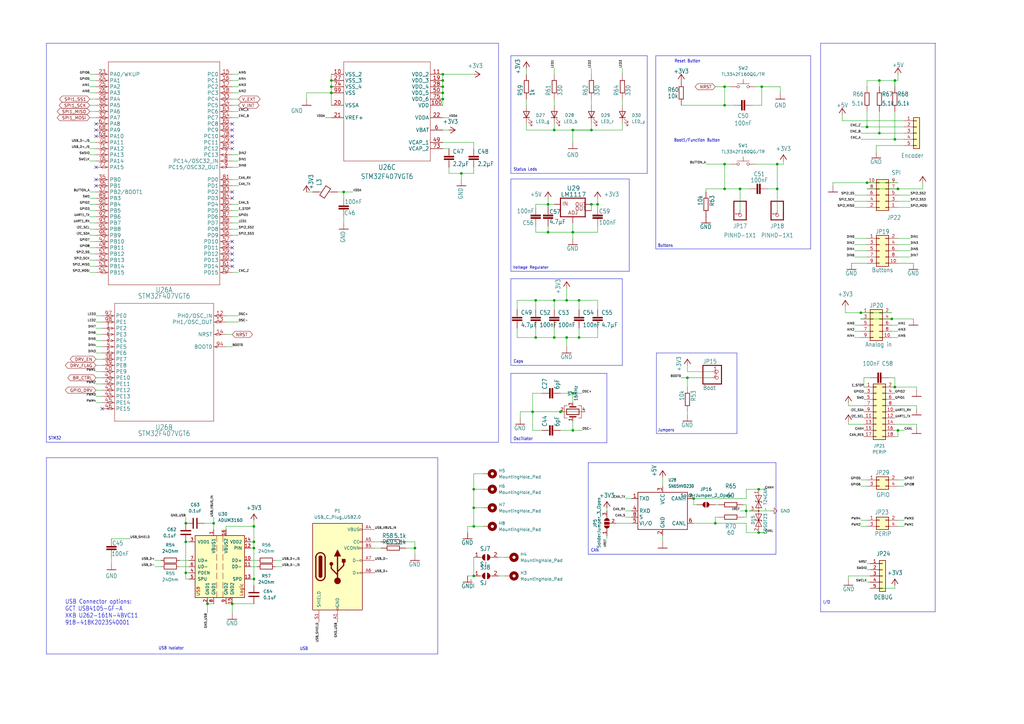
<source format=kicad_sch>
(kicad_sch
	(version 20250114)
	(generator "eeschema")
	(generator_version "9.0")
	(uuid "4cd24381-ef0a-4fc3-9080-2f3d7a881fa0")
	(paper "A3")
	
	(text "Oscillator"
		(exclude_from_sim no)
		(at 210.566 180.848 0)
		(effects
			(font
				(size 1.27 1.0795)
			)
			(justify left bottom)
		)
		(uuid "0a460622-1fd8-4854-b6a0-56e64b4b0ae3")
	)
	(text "I/O"
		(exclude_from_sim no)
		(at 337.566 247.904 0)
		(effects
			(font
				(size 1.27 1.0795)
			)
			(justify left bottom)
		)
		(uuid "0b500d5d-857f-4d84-8981-369f92eb97b6")
	)
	(text "Jumpers"
		(exclude_from_sim no)
		(at 269.748 177.292 0)
		(effects
			(font
				(size 1.27 1.0795)
			)
			(justify left bottom)
		)
		(uuid "12565cf4-442f-4dbd-85fa-83282b6c2e14")
	)
	(text "STM32"
		(exclude_from_sim no)
		(at 19.812 180.594 0)
		(effects
			(font
				(size 1.27 1.0795)
			)
			(justify left bottom)
		)
		(uuid "338edd2e-5846-4ed8-b03a-02aaba45fb11")
	)
	(text "USB"
		(exclude_from_sim no)
		(at 122.936 266.954 0)
		(effects
			(font
				(size 1.27 1.0795)
			)
			(justify left bottom)
		)
		(uuid "4207712e-96ec-4ad3-8105-4bb4852172b7")
	)
	(text "USB Connector options:\nGCT USB4105-GF-A\nXKB U262-161N-4BVC11\n918-418K2023S40001"
		(exclude_from_sim no)
		(at 26.67 256.54 0)
		(effects
			(font
				(size 1.778 1.5113)
			)
			(justify left bottom)
		)
		(uuid "50928061-8a83-43a9-87b9-94f46165cb88")
	)
	(text "Boot1/Function Button"
		(exclude_from_sim no)
		(at 276.352 58.42 0)
		(effects
			(font
				(size 1.27 1.0795)
			)
			(justify left bottom)
		)
		(uuid "5811032a-1597-4a4c-a7a3-d8e2c86e2053")
	)
	(text "Voltage Regulator"
		(exclude_from_sim no)
		(at 210.312 110.49 0)
		(effects
			(font
				(size 1.0795 1.0795)
			)
			(justify left bottom)
		)
		(uuid "5aa86ef3-98c5-4aa0-95b4-06dd013edb64")
	)
	(text "USB Isolator"
		(exclude_from_sim no)
		(at 65.024 266.7 0)
		(effects
			(font
				(size 1.27 1.0795)
			)
			(justify left bottom)
		)
		(uuid "67debb50-1335-40e2-ad5d-ee9d9b604a07")
	)
	(text "CAN"
		(exclude_from_sim no)
		(at 242.316 226.568 0)
		(effects
			(font
				(size 1.27 1.0795)
			)
			(justify left bottom)
		)
		(uuid "6db5d67a-cc58-4f23-9b96-8a73308bae06")
	)
	(text "Caps"
		(exclude_from_sim no)
		(at 210.566 149.098 0)
		(effects
			(font
				(size 1.27 1.0795)
			)
			(justify left bottom)
		)
		(uuid "72109094-d9c8-40a7-b95d-13687325852a")
	)
	(text "Status Leds"
		(exclude_from_sim no)
		(at 210.566 70.358 0)
		(effects
			(font
				(size 1.27 1.0795)
			)
			(justify left bottom)
		)
		(uuid "89205ea3-a47b-42c3-960b-77913fa4acf7")
	)
	(text "Buttons"
		(exclude_from_sim no)
		(at 269.748 101.6 0)
		(effects
			(font
				(size 1.27 1.0795)
			)
			(justify left bottom)
		)
		(uuid "eed26fec-175b-4929-8089-63ded238b187")
	)
	(text "Reset Button"
		(exclude_from_sim no)
		(at 276.606 25.908 0)
		(effects
			(font
				(size 1.27 1.0795)
			)
			(justify left bottom)
		)
		(uuid "f998a4f2-3c6a-4171-9400-fb08a2549479")
	)
	(junction
		(at 181.61 35.56)
		(diameter 0)
		(color 0 0 0 0)
		(uuid "010b79e0-934b-4c47-b151-1cfd9eda702c")
	)
	(junction
		(at 218.44 168.91)
		(diameter 0)
		(color 0 0 0 0)
		(uuid "01232a58-c264-416a-88eb-14035b9f0946")
	)
	(junction
		(at 234.95 176.53)
		(diameter 0)
		(color 0 0 0 0)
		(uuid "044f5202-ae0b-40ac-9345-4cfdffc2b018")
	)
	(junction
		(at 194.31 236.22)
		(diameter 0)
		(color 0 0 0 0)
		(uuid "0791c98c-b2a5-4897-9a88-66186f0f6212")
	)
	(junction
		(at 140.97 78.74)
		(diameter 0)
		(color 0 0 0 0)
		(uuid "0cde37ae-4449-45cf-b0f4-ccebc6485d03")
	)
	(junction
		(at 353.06 128.27)
		(diameter 0)
		(color 0 0 0 0)
		(uuid "0d801f6e-cf50-46be-ba05-c22a3772f3a0")
	)
	(junction
		(at 104.14 237.49)
		(diameter 0)
		(color 0 0 0 0)
		(uuid "0fdc7f81-3909-47c4-a8be-e2216c45f4d3")
	)
	(junction
		(at 311.15 200.66)
		(diameter 0)
		(color 0 0 0 0)
		(uuid "1003d38f-f582-40ff-b491-da89ac4857d2")
	)
	(junction
		(at 297.18 35.56)
		(diameter 0)
		(color 0 0 0 0)
		(uuid "11738ed3-7987-485e-a886-ae602b0adf98")
	)
	(junction
		(at 135.89 38.1)
		(diameter 0)
		(color 0 0 0 0)
		(uuid "162e8bfd-71f9-4c46-b3de-0df5692ad9d0")
	)
	(junction
		(at 224.79 95.25)
		(diameter 0)
		(color 0 0 0 0)
		(uuid "179a248d-d2da-4e7d-849f-486a0fd82043")
	)
	(junction
		(at 76.2 222.25)
		(diameter 0)
		(color 0 0 0 0)
		(uuid "1ae6e937-e4d7-47fa-ae16-00043a2e2cc1")
	)
	(junction
		(at 360.68 33.02)
		(diameter 0)
		(color 0 0 0 0)
		(uuid "1c8b0568-2cbd-4d94-9e91-74892f19bba2")
	)
	(junction
		(at 367.03 158.75)
		(diameter 0)
		(color 0 0 0 0)
		(uuid "22975299-f17b-4120-9595-ff8eee9d2209")
	)
	(junction
		(at 219.71 138.43)
		(diameter 0)
		(color 0 0 0 0)
		(uuid "25b2d5fa-598a-4e38-a805-c55001d6bf3c")
	)
	(junction
		(at 227.33 138.43)
		(diameter 0)
		(color 0 0 0 0)
		(uuid "26a8e897-49a9-4b57-a996-18501af8538f")
	)
	(junction
		(at 104.14 222.25)
		(diameter 0)
		(color 0 0 0 0)
		(uuid "27f8150e-3e16-4d83-b7da-983236ed7284")
	)
	(junction
		(at 135.89 35.56)
		(diameter 0)
		(color 0 0 0 0)
		(uuid "2d32ad1c-4181-4f58-b3de-64ef5b51408d")
	)
	(junction
		(at 297.18 67.31)
		(diameter 0)
		(color 0 0 0 0)
		(uuid "2fca7a11-ba20-445a-afa2-43ae3519b690")
	)
	(junction
		(at 284.48 204.47)
		(diameter 0)
		(color 0 0 0 0)
		(uuid "30021a61-46c4-462c-9b94-bef1fe87e5dd")
	)
	(junction
		(at 245.11 83.82)
		(diameter 0)
		(color 0 0 0 0)
		(uuid "342b00a3-8688-4d6f-97f5-7bcfd471e43a")
	)
	(junction
		(at 367.03 57.15)
		(diameter 0)
		(color 0 0 0 0)
		(uuid "3671c4fa-e23c-4e4e-9f7c-5c7e72df968c")
	)
	(junction
		(at 297.18 43.18)
		(diameter 0)
		(color 0 0 0 0)
		(uuid "38b79daf-36f0-4f86-a4ba-b359589b3297")
	)
	(junction
		(at 312.42 35.56)
		(diameter 0)
		(color 0 0 0 0)
		(uuid "3fdbccaa-e96f-4124-934d-4e0b776aac76")
	)
	(junction
		(at 194.31 215.9)
		(diameter 0)
		(color 0 0 0 0)
		(uuid "43722d3e-5fa7-4b6a-a76e-bf20eaf6e6ea")
	)
	(junction
		(at 306.07 209.55)
		(diameter 0)
		(color 0 0 0 0)
		(uuid "4db0d81f-8bd5-422d-9e6d-fd76a83a023d")
	)
	(junction
		(at 234.95 53.34)
		(diameter 0)
		(color 0 0 0 0)
		(uuid "4dbb49d8-92c1-4fa0-b910-55becd90f417")
	)
	(junction
		(at 365.76 130.81)
		(diameter 0)
		(color 0 0 0 0)
		(uuid "4df051fa-009a-45f4-984f-232ecdd7b12c")
	)
	(junction
		(at 76.2 214.63)
		(diameter 0)
		(color 0 0 0 0)
		(uuid "5294186c-a8db-4806-b966-9c7487cbc519")
	)
	(junction
		(at 242.57 83.82)
		(diameter 0)
		(color 0 0 0 0)
		(uuid "558e3b89-f2dc-42ad-a343-ca74a10b1bb3")
	)
	(junction
		(at 232.41 123.19)
		(diameter 0)
		(color 0 0 0 0)
		(uuid "5c095701-beec-4647-91ee-cec622c5cd0f")
	)
	(junction
		(at 219.71 123.19)
		(diameter 0)
		(color 0 0 0 0)
		(uuid "5f8eb759-5fc7-420a-9d45-b94284544376")
	)
	(junction
		(at 181.61 38.1)
		(diameter 0)
		(color 0 0 0 0)
		(uuid "61806514-3780-4839-9112-85ab5d146a5c")
	)
	(junction
		(at 224.79 83.82)
		(diameter 0)
		(color 0 0 0 0)
		(uuid "6181cded-8747-4255-b663-a9270239f1f1")
	)
	(junction
		(at 104.14 224.79)
		(diameter 0)
		(color 0 0 0 0)
		(uuid "6365110b-39a9-4860-8ff5-241296a0a3ea")
	)
	(junction
		(at 181.61 40.64)
		(diameter 0)
		(color 0 0 0 0)
		(uuid "68ab1aef-5085-4897-a8c0-045c8a4cbea8")
	)
	(junction
		(at 293.37 214.63)
		(diameter 0)
		(color 0 0 0 0)
		(uuid "71a23ff1-5fc8-4dbe-a87d-6583081e15ef")
	)
	(junction
		(at 368.3 77.47)
		(diameter 0)
		(color 0 0 0 0)
		(uuid "739c837d-40a5-4f84-95dd-991014c78bcf")
	)
	(junction
		(at 95.25 247.65)
		(diameter 0)
		(color 0 0 0 0)
		(uuid "85787eb3-85dc-4bde-91d7-89cdc23fabac")
	)
	(junction
		(at 367.03 33.02)
		(diameter 0)
		(color 0 0 0 0)
		(uuid "8de2c57d-1e6a-4472-8eba-63ecb8df4dad")
	)
	(junction
		(at 355.6 74.93)
		(diameter 0)
		(color 0 0 0 0)
		(uuid "9aba88ef-c41c-4948-b402-1eb04db34406")
	)
	(junction
		(at 318.77 67.31)
		(diameter 0)
		(color 0 0 0 0)
		(uuid "9b36882f-ae14-4e97-8b22-ea205f85f10b")
	)
	(junction
		(at 281.94 154.94)
		(diameter 0)
		(color 0 0 0 0)
		(uuid "9f27bb7a-5c8c-41af-800b-614d4544a1fd")
	)
	(junction
		(at 85.09 247.65)
		(diameter 0)
		(color 0 0 0 0)
		(uuid "a1be23df-a9a6-45de-aaef-503e10fb1323")
	)
	(junction
		(at 368.3 176.53)
		(diameter 0)
		(color 0 0 0 0)
		(uuid "a2f87b4c-51dd-4de9-99da-ecb0abf48f7a")
	)
	(junction
		(at 87.63 214.63)
		(diameter 0)
		(color 0 0 0 0)
		(uuid "a3e298eb-fe69-4d1e-8351-982a8271a78b")
	)
	(junction
		(at 234.95 161.29)
		(diameter 0)
		(color 0 0 0 0)
		(uuid "a648e6db-1cb8-465d-ae3a-0b1b821a68ba")
	)
	(junction
		(at 194.31 200.66)
		(diameter 0)
		(color 0 0 0 0)
		(uuid "a7ef7365-45be-4909-847a-0edd3227fb77")
	)
	(junction
		(at 232.41 138.43)
		(diameter 0)
		(color 0 0 0 0)
		(uuid "a8786951-375b-4fee-9edb-e1d298f06b5a")
	)
	(junction
		(at 360.68 54.61)
		(diameter 0)
		(color 0 0 0 0)
		(uuid "ad5f1041-baba-4848-8d5c-8aa6698071ae")
	)
	(junction
		(at 311.15 218.44)
		(diameter 0)
		(color 0 0 0 0)
		(uuid "b328bfb9-eeed-4ed8-8895-18270075868b")
	)
	(junction
		(at 318.77 77.47)
		(diameter 0)
		(color 0 0 0 0)
		(uuid "b34e7678-88d2-4c8c-b01f-8c589ce1606b")
	)
	(junction
		(at 104.14 215.9)
		(diameter 0)
		(color 0 0 0 0)
		(uuid "b47ea42b-43f0-420d-8ad4-cae4364b2278")
	)
	(junction
		(at 234.95 95.25)
		(diameter 0)
		(color 0 0 0 0)
		(uuid "bb57eedc-922c-4792-a291-c7b1233bac13")
	)
	(junction
		(at 227.33 53.34)
		(diameter 0)
		(color 0 0 0 0)
		(uuid "bb9d5bd1-5762-4fa7-8144-838832b872af")
	)
	(junction
		(at 194.31 208.28)
		(diameter 0)
		(color 0 0 0 0)
		(uuid "cb0ea476-a6be-48a9-84e9-810ee48ee96e")
	)
	(junction
		(at 355.6 52.07)
		(diameter 0)
		(color 0 0 0 0)
		(uuid "cd9b47fc-efd4-40c8-b08c-95e5d95dfdaf")
	)
	(junction
		(at 170.18 224.79)
		(diameter 0)
		(color 0 0 0 0)
		(uuid "d2381e7b-52ed-438a-80ff-6c8b8a1b821e")
	)
	(junction
		(at 181.61 30.48)
		(diameter 0)
		(color 0 0 0 0)
		(uuid "d40f769d-cf14-4e25-946a-cfb7b9c55d5a")
	)
	(junction
		(at 189.23 71.12)
		(diameter 0)
		(color 0 0 0 0)
		(uuid "d90e1444-9936-4769-a079-aa9c962f4d20")
	)
	(junction
		(at 135.89 33.02)
		(diameter 0)
		(color 0 0 0 0)
		(uuid "d9f2b5d3-9c26-46d6-b39e-176002497761")
	)
	(junction
		(at 181.61 33.02)
		(diameter 0)
		(color 0 0 0 0)
		(uuid "dedef0ea-15c9-49ab-9fcd-2533ab500259")
	)
	(junction
		(at 229.87 168.91)
		(diameter 0)
		(color 0 0 0 0)
		(uuid "e0b63c86-1027-4b43-8cf3-aa95821a29fd")
	)
	(junction
		(at 242.57 53.34)
		(diameter 0)
		(color 0 0 0 0)
		(uuid "e28b219e-3a28-496e-b1b2-eefab3997696")
	)
	(junction
		(at 76.2 234.95)
		(diameter 0)
		(color 0 0 0 0)
		(uuid "eb3f2cc5-f3c2-4d1b-ac5f-4f304835c890")
	)
	(junction
		(at 237.49 123.19)
		(diameter 0)
		(color 0 0 0 0)
		(uuid "ebefa6a3-bedf-4c59-954f-498b42d712ae")
	)
	(junction
		(at 297.18 77.47)
		(diameter 0)
		(color 0 0 0 0)
		(uuid "ec2913a9-267f-45d2-bf96-fbba99e3753a")
	)
	(junction
		(at 303.53 77.47)
		(diameter 0)
		(color 0 0 0 0)
		(uuid "ee27e369-9770-49cf-91e6-9aa83dc585a4")
	)
	(junction
		(at 237.49 138.43)
		(diameter 0)
		(color 0 0 0 0)
		(uuid "ef430c1c-1a34-4c6e-80d8-41187048e090")
	)
	(junction
		(at 227.33 123.19)
		(diameter 0)
		(color 0 0 0 0)
		(uuid "f54294c8-c6f9-44eb-a63f-888d8f74edb7")
	)
	(no_connect
		(at 95.25 109.22)
		(uuid "0aed50e7-be01-426d-9fee-579de72cdd02")
	)
	(no_connect
		(at 39.37 68.58)
		(uuid "113112c8-66f7-453f-9331-17fbe5892696")
	)
	(no_connect
		(at 95.25 78.74)
		(uuid "115b2754-b597-4358-872e-b3c7c84bf35a")
	)
	(no_connect
		(at 95.25 101.6)
		(uuid "1364a65d-7e92-4950-9bf0-15b2662a864e")
	)
	(no_connect
		(at 95.25 106.68)
		(uuid "1d941627-12f5-4656-8c1b-7b5484b853df")
	)
	(no_connect
		(at 41.91 167.64)
		(uuid "2eeea1df-4623-4a87-8797-7d49f6bd41c4")
	)
	(no_connect
		(at 95.25 104.14)
		(uuid "3c1fde23-834b-486a-be0e-149de5a873e6")
	)
	(no_connect
		(at 95.25 53.34)
		(uuid "40409f38-ddbe-4872-be4e-4963832aab4b")
	)
	(no_connect
		(at 39.37 50.8)
		(uuid "431b6929-0585-4ec8-a4aa-72cb65b8186d")
	)
	(no_connect
		(at 95.25 99.06)
		(uuid "4e6772ab-84ec-4c3e-a14b-3c69490cf518")
	)
	(no_connect
		(at 39.37 76.2)
		(uuid "a21c71ad-f20d-4039-9102-403571048517")
	)
	(no_connect
		(at 39.37 73.66)
		(uuid "ab617fab-d1c5-4904-b9ba-e41db7c56e5d")
	)
	(no_connect
		(at 39.37 55.88)
		(uuid "c29e6ed9-4685-49aa-81bd-e84a22a9c6b7")
	)
	(no_connect
		(at 95.25 50.8)
		(uuid "c8f29373-c361-4c5f-a4c3-bbb70c517f50")
	)
	(no_connect
		(at 95.25 81.28)
		(uuid "d6b1d3ad-3ab3-46fd-b487-5bd73ec6e69b")
	)
	(no_connect
		(at 95.25 58.42)
		(uuid "db9b3b39-e609-489e-9faa-16825592065e")
	)
	(no_connect
		(at 95.25 55.88)
		(uuid "de68736e-76c1-492c-8e1a-ed302b0cc768")
	)
	(no_connect
		(at 95.25 60.96)
		(uuid "f2254955-8005-4548-b83d-fa24b5582b5a")
	)
	(no_connect
		(at 39.37 53.34)
		(uuid "f6a07888-d78e-4e14-bb92-a105c0d639f8")
	)
	(wire
		(pts
			(xy 234.95 53.34) (xy 234.95 58.42)
		)
		(stroke
			(width 0.1524)
			(type solid)
		)
		(uuid "00d25a45-6819-44e8-930f-c3489b508fcc")
	)
	(wire
		(pts
			(xy 95.25 247.65) (xy 95.25 251.46)
		)
		(stroke
			(width 0)
			(type default)
		)
		(uuid "00ef781a-b304-45e5-9651-c353fb7d9d32")
	)
	(wire
		(pts
			(xy 41.91 157.48) (xy 39.37 157.48)
		)
		(stroke
			(width 0.1524)
			(type solid)
		)
		(uuid "011a0f6f-79ec-4813-81fb-803893fd26bb")
	)
	(wire
		(pts
			(xy 41.91 165.1) (xy 39.37 165.1)
		)
		(stroke
			(width 0.1524)
			(type solid)
		)
		(uuid "01370067-6610-47a2-b837-6049445ddaa4")
	)
	(wire
		(pts
			(xy 125.73 38.1) (xy 135.89 38.1)
		)
		(stroke
			(width 0.1524)
			(type solid)
		)
		(uuid "033d2edb-ccf7-4552-9264-570d8611ee31")
	)
	(wire
		(pts
			(xy 39.37 63.5) (xy 36.83 63.5)
		)
		(stroke
			(width 0.1524)
			(type solid)
		)
		(uuid "0397ff6c-cfe5-49f0-a1b6-94d717a5f676")
	)
	(wire
		(pts
			(xy 346.71 125.73) (xy 346.71 128.27)
		)
		(stroke
			(width 0.1524)
			(type solid)
		)
		(uuid "0457c25a-ca93-4c9e-9932-84271300d411")
	)
	(wire
		(pts
			(xy 281.94 154.94) (xy 279.4 154.94)
		)
		(stroke
			(width 0.1524)
			(type solid)
		)
		(uuid "04e8e0e3-0fb8-4f7d-9fe0-698f61af2537")
	)
	(wire
		(pts
			(xy 368.3 105.41) (xy 373.38 105.41)
		)
		(stroke
			(width 0.1524)
			(type solid)
		)
		(uuid "055bafea-c9b2-4eec-8d5b-68a85c4123b0")
	)
	(wire
		(pts
			(xy 95.25 91.44) (xy 97.79 91.44)
		)
		(stroke
			(width 0.1524)
			(type solid)
		)
		(uuid "05ba86fb-a785-48b1-aaab-686ba967260e")
	)
	(wire
		(pts
			(xy 95.25 30.48) (xy 97.79 30.48)
		)
		(stroke
			(width 0.1524)
			(type solid)
		)
		(uuid "06e6d3b5-c9bc-4cbf-84c9-fdfe15495a43")
	)
	(wire
		(pts
			(xy 39.37 48.26) (xy 36.83 48.26)
		)
		(stroke
			(width 0.1524)
			(type solid)
		)
		(uuid "07272880-dd40-4faa-a0d5-a00645e40ca2")
	)
	(wire
		(pts
			(xy 367.03 241.3) (xy 356.87 241.3)
		)
		(stroke
			(width 0.1524)
			(type solid)
		)
		(uuid "078ef809-fef3-48cd-b057-4056ddc75b93")
	)
	(wire
		(pts
			(xy 368.3 80.01) (xy 373.38 80.01)
		)
		(stroke
			(width 0.1524)
			(type solid)
		)
		(uuid "085fa638-39da-46ef-a00a-0572d5b5ce05")
	)
	(wire
		(pts
			(xy 229.87 168.91) (xy 240.03 168.91)
		)
		(stroke
			(width 0)
			(type default)
		)
		(uuid "0906db0d-5b3e-400f-a010-dbd5bfed05fa")
	)
	(wire
		(pts
			(xy 104.14 222.25) (xy 102.87 222.25)
		)
		(stroke
			(width 0)
			(type default)
		)
		(uuid "09354b86-feb0-465a-8562-25f92e01598b")
	)
	(wire
		(pts
			(xy 370.84 52.07) (xy 355.6 52.07)
		)
		(stroke
			(width 0.1524)
			(type solid)
		)
		(uuid "0a67d4a1-a0dc-4178-bf52-600ba46a35db")
	)
	(wire
		(pts
			(xy 313.69 218.44) (xy 311.15 218.44)
		)
		(stroke
			(width 0)
			(type default)
		)
		(uuid "0ab70fcb-49b1-40f7-8191-471b3a9fd3a4")
	)
	(wire
		(pts
			(xy 181.61 60.96) (xy 184.15 60.96)
		)
		(stroke
			(width 0.1524)
			(type solid)
		)
		(uuid "0bee82e5-68b2-4169-8433-72cf91dd3068")
	)
	(wire
		(pts
			(xy 347.98 236.22) (xy 356.87 236.22)
		)
		(stroke
			(width 0.1524)
			(type solid)
		)
		(uuid "0bf5eacf-ba25-44ee-b561-a617036fc571")
	)
	(polyline
		(pts
			(xy 209.55 149.86) (xy 255.27 149.86)
		)
		(stroke
			(width 0.1524)
			(type solid)
		)
		(uuid "0ce68aab-40e1-4c7c-9175-f2e30065b2a3")
	)
	(wire
		(pts
			(xy 306.07 214.63) (xy 293.37 214.63)
		)
		(stroke
			(width 0.1524)
			(type solid)
		)
		(uuid "0d31de37-f417-47d1-a6c9-99900ee9b9f2")
	)
	(wire

... [253292 chars truncated]
</source>
